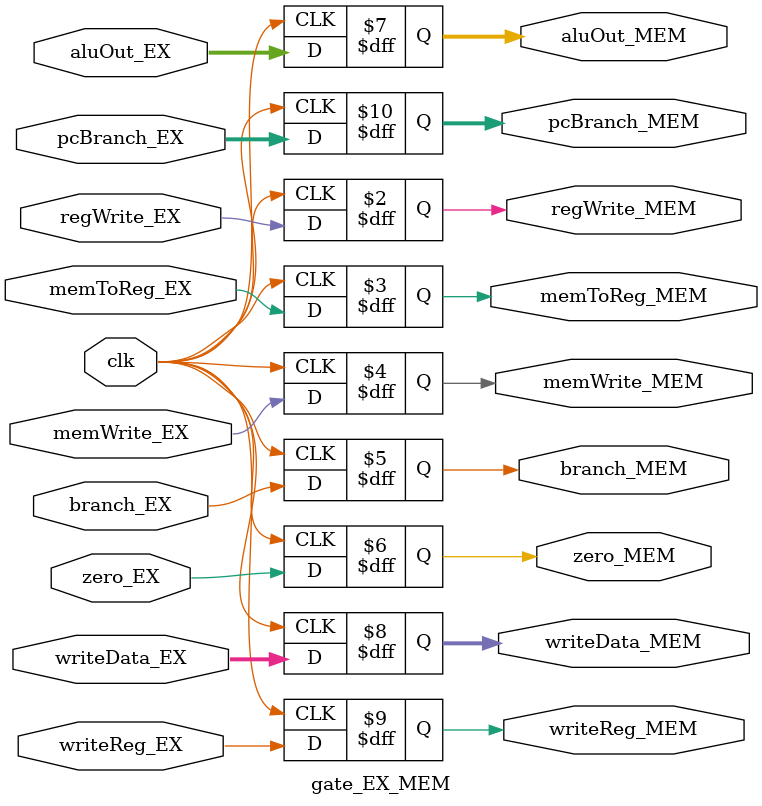
<source format=v>
module gate_EX_MEM (

  input clk,

  // control signals
  output reg regWrite_MEM,
  output reg memToReg_MEM,
  output reg memWrite_MEM,
  output reg branch_MEM,

  input regWrite_EX,
  input memToReg_EX,
  input memWrite_EX,
  input branch_EX,
   
  // cpu wires
  output reg zero_MEM,
  output reg [31:0] aluOut_MEM,
  output reg [31:0] writeData_MEM,
  output reg writeReg_MEM,
  output reg [31:0] pcBranch_MEM,

  input zero_EX,
  input [31:0] aluOut_EX,
  input writeReg_EX,
  input [31:0] writeData_EX,
  input [31:0] pcBranch_EX
);
	
	always @(posedge clk) begin
		// control signals
		regWrite_MEM <= regWrite_EX;
		memToReg_MEM <= memToReg_EX;
		memWrite_MEM <= memWrite_EX;
		branch_MEM <= branch_EX;

		// cpu wires
		zero_MEM <= zero_EX;
		aluOut_MEM <= aluOut_EX;
		writeData_MEM <= writeData_EX;
		writeReg_MEM <= writeReg_EX;
		pcBranch_MEM <= pcBranch_EX;		
	end
endmodule

</source>
